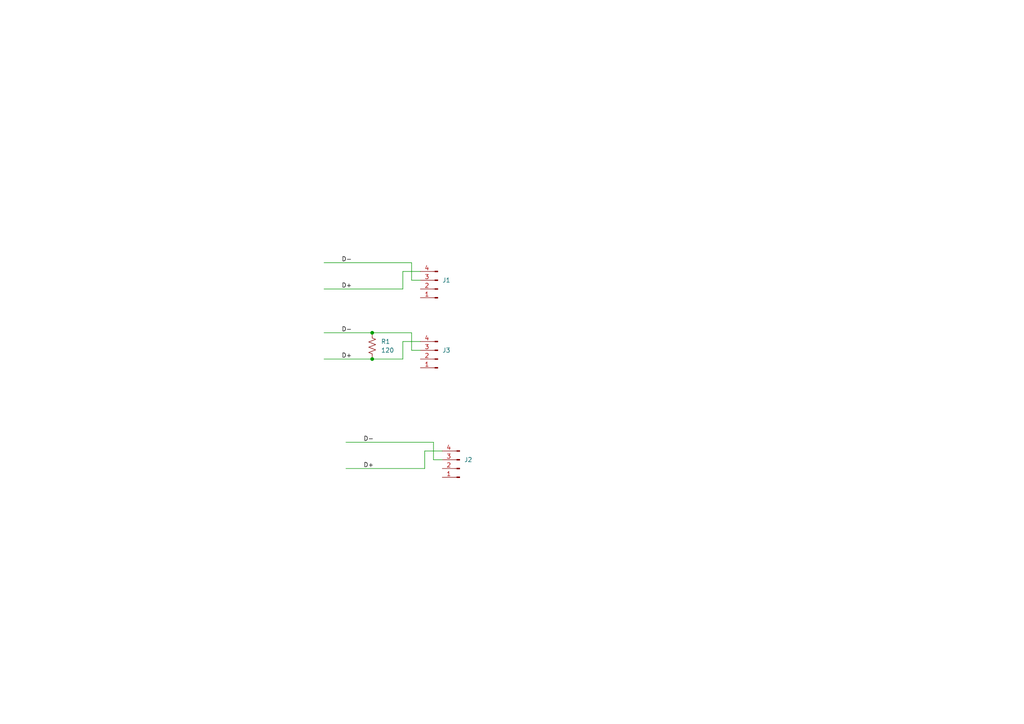
<source format=kicad_sch>
(kicad_sch (version 20230121) (generator eeschema)
  (paper "A4")
  (lib_symbols
    (symbol "Connector:Conn_01x04_Male" (pin_names (offset 1.016) hide)
      (property "Reference" "J" (at 0 5.08 0))
      (property "Value" "Conn_01x04_Male" (at 0 -7.62 0))
      (symbol "Conn_01x04_Male_1_1"
        (polyline (pts (xy 1.27 -5.08) (xy 0.8636 -5.08)) (stroke (width 0.1524)))
        (polyline (pts (xy 1.27 -2.54) (xy 0.8636 -2.54)) (stroke (width 0.1524)))
        (polyline (pts (xy 1.27 0) (xy 0.8636 0)) (stroke (width 0.1524)))
        (polyline (pts (xy 1.27 2.54) (xy 0.8636 2.54)) (stroke (width 0.1524)))
        (rectangle (start 0.8636 -4.953) (end 0 -5.207) (stroke (width 0.1524)) (fill (type outline)))
        (rectangle (start 0.8636 -2.413) (end 0 -2.667) (stroke (width 0.1524)) (fill (type outline)))
        (rectangle (start 0.8636 0.127) (end 0 -0.127) (stroke (width 0.1524)) (fill (type outline)))
        (rectangle (start 0.8636 2.667) (end 0 2.413) (stroke (width 0.1524)) (fill (type outline)))
        (pin passive line (at 5.08 2.54 180) (length 3.81) (name "Pin_1") (number "1"))
        (pin passive line (at 5.08 0 180) (length 3.81) (name "Pin_2") (number "2"))
        (pin passive line (at 5.08 -2.54 180) (length 3.81) (name "Pin_3") (number "3"))
        (pin passive line (at 5.08 -5.08 180) (length 3.81) (name "Pin_4") (number "4"))
      )
    )
    (symbol "Device:R_US" (pin_numbers hide) (pin_names (offset 0))
      (property "Reference" "R" (at 2.54 0 90))
      (property "Value" "R_US" (at -2.54 0 90))
      (symbol "R_US_0_1"
        (polyline (pts (xy 0 -2.286) (xy 0 -2.54)))
        (polyline (pts (xy 0 2.286) (xy 0 2.54)))
        (polyline (pts (xy 0 -0.762) (xy 1.016 -1.143) (xy 0 -1.524) (xy -1.016 -1.905) (xy 0 -2.286)))
        (polyline (pts (xy 0 0.762) (xy 1.016 0.381) (xy 0 0) (xy -1.016 -0.381) (xy 0 -0.762)))
        (polyline (pts (xy 0 2.286) (xy 1.016 1.905) (xy 0 1.524) (xy -1.016 1.143) (xy 0 0.762)))
      )
      (symbol "R_US_1_1"
        (pin passive line (at 0 3.81 270) (length 1.27) (name "~") (number "1"))
        (pin passive line (at 0 -3.81 90) (length 1.27) (name "~") (number "2"))
      )
    )
  )
  (junction (at 107.95 96.52))
  (junction (at 107.95 104.14))
  (wire (pts (xy 93.98 96.52) (xy 107.95 96.52)))
  (wire (pts (xy 125.73 128.27) (xy 125.73 133.35)))
  (wire (pts (xy 121.92 99.06) (xy 116.84 99.06)))
  (wire (pts (xy 116.84 104.14) (xy 107.95 104.14)))
  (wire (pts (xy 119.38 76.2) (xy 119.38 81.28)))
  (wire (pts (xy 123.19 130.81) (xy 123.19 135.89)))
  (wire (pts (xy 100.33 128.27) (xy 125.73 128.27)))
  (wire (pts (xy 128.27 133.35) (xy 125.73 133.35)))
  (wire (pts (xy 116.84 99.06) (xy 116.84 104.14)))
  (wire (pts (xy 100.33 135.89) (xy 123.19 135.89)))
  (wire (pts (xy 121.92 81.28) (xy 119.38 81.28)))
  (wire (pts (xy 121.92 78.74) (xy 116.84 78.74)))
  (wire (pts (xy 121.92 101.6) (xy 119.38 101.6)))
  (wire (pts (xy 93.98 104.14) (xy 107.95 104.14)))
  (wire (pts (xy 93.98 76.2) (xy 119.38 76.2)))
  (wire (pts (xy 116.84 78.74) (xy 116.84 83.82)))
  (wire (pts (xy 93.98 83.82) (xy 116.84 83.82)))
  (wire (pts (xy 119.38 96.52) (xy 119.38 101.6)))
  (wire (pts (xy 107.95 96.52) (xy 119.38 96.52)))
  (wire (pts (xy 128.27 130.81) (xy 123.19 130.81)))
  (label "D+" (at 105.41 135.89 0))
  (label "D+" (at 99.06 104.14 0))
  (label "D-" (at 105.41 128.27 0))
  (label "D-" (at 99.06 76.2 0))
  (label "D-" (at 99.06 96.52 0))
  (label "D+" (at 99.06 83.82 0))
  (symbol (lib_id "Connector:Conn_01x04_Male") (at 127 104.14 180) (unit 1)
    (property "Reference" "J3" (at 128.27 101.5999 0) (effects (justify right)))
    (property "Value" "Conn_01x04_Male" (effects hide))
    (property "Footprint" "Connector_JST:JST_XA_S04B-XASK-1N-BN_1x04_P2.50mm_Horizontal" (effects hide))
  )
  (symbol (lib_id "Connector:Conn_01x04_Male") (at 127 83.82 180) (unit 1)
    (property "Reference" "J1" (at 128.27 81.2799 0) (effects (justify right)))
    (property "Value" "Conn_01x04_Male" (effects hide))
    (property "Footprint" "Connector_JST:JST_XA_S04B-XASK-1N-BN_1x04_P2.50mm_Horizontal" (effects hide))
  )
  (symbol (lib_id "Connector:Conn_01x04_Male") (at 133.35 135.89 180) (unit 1)
    (property "Reference" "J2" (at 134.62 133.3499 0) (effects (justify right)))
    (property "Value" "Conn_01x04_Male" (effects hide))
    (property "Footprint" "Connector_JST:JST_XA_S04B-XASK-1N-BN_1x04_P2.50mm_Horizontal" (effects hide))
  )
  (symbol (lib_id "Device:R_US") (at 107.95 100.33 0) (unit 1)
    (property "Reference" "R1" (at 110.49 99.0599 0) (effects (justify left)))
    (property "Value" "120" (at 110.49 101.5999 0) (effects (justify left)))
    (property "Footprint" "Resistor_SMD:R_0603_1608Metric" (effects hide))
  )
)
</source>
